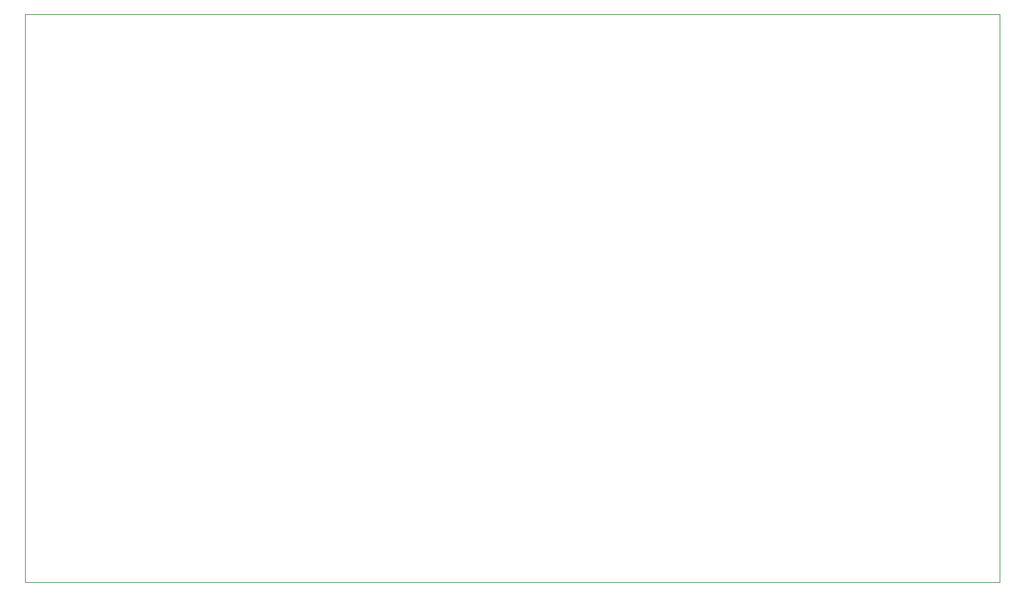
<source format=gbr>
G04 (created by PCBNEW (2013-07-07 BZR 4022)-stable) date 12/07/2015 18:34:44*
%MOIN*%
G04 Gerber Fmt 3.4, Leading zero omitted, Abs format*
%FSLAX34Y34*%
G01*
G70*
G90*
G04 APERTURE LIST*
%ADD10C,0.00590551*%
%ADD11C,0.00393701*%
G04 APERTURE END LIST*
G54D10*
G54D11*
X23500Y-50000D02*
X23500Y-22000D01*
X71500Y-50000D02*
X23500Y-50000D01*
X71500Y-22000D02*
X71500Y-50000D01*
X23500Y-22000D02*
X71500Y-22000D01*
M02*

</source>
